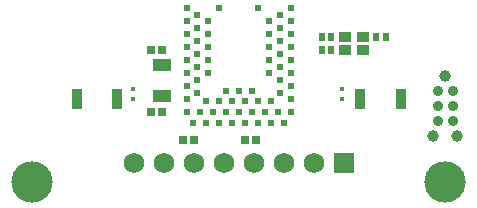
<source format=gts>
G04*
G04 #@! TF.GenerationSoftware,Altium Limited,Altium Designer,21.6.4 (81)*
G04*
G04 Layer_Color=8388736*
%FSLAX44Y44*%
%MOMM*%
G71*
G04*
G04 #@! TF.SameCoordinates,A75552D8-FC29-4B95-B53C-3B512D9A6700*
G04*
G04*
G04 #@! TF.FilePolarity,Negative*
G04*
G01*
G75*
%ADD22R,0.5900X0.5900*%
%ADD23C,0.8900*%
%ADD24R,0.7200X0.7200*%
%ADD25R,1.1000X0.9000*%
%ADD26R,1.6500X1.1000*%
%ADD27R,0.9000X1.8000*%
%ADD28R,0.6200X0.6500*%
%ADD29R,0.4500X0.4600*%
%ADD30C,1.0000*%
%ADD31C,3.5000*%
%ADD32C,1.7500*%
%ADD33R,1.7500X1.7500*%
D22*
X235000Y167000D02*
D03*
Y156000D02*
D03*
Y145000D02*
D03*
Y134000D02*
D03*
Y123000D02*
D03*
Y112000D02*
D03*
Y101000D02*
D03*
X244000Y172500D02*
D03*
Y161500D02*
D03*
Y150500D02*
D03*
Y139500D02*
D03*
Y128500D02*
D03*
Y117500D02*
D03*
Y106500D02*
D03*
Y95500D02*
D03*
X227500Y93500D02*
D03*
X216500D02*
D03*
X205500D02*
D03*
X194500D02*
D03*
X183500D02*
D03*
X172500D02*
D03*
X244000Y84500D02*
D03*
X233000D02*
D03*
X222000D02*
D03*
X211000D02*
D03*
X200000D02*
D03*
X189000D02*
D03*
X178000D02*
D03*
X167000D02*
D03*
X156000D02*
D03*
Y172500D02*
D03*
X165000Y167000D02*
D03*
X156000Y161500D02*
D03*
Y150500D02*
D03*
Y139500D02*
D03*
Y128500D02*
D03*
Y117500D02*
D03*
Y106500D02*
D03*
Y95500D02*
D03*
X165000Y156000D02*
D03*
Y145000D02*
D03*
Y134000D02*
D03*
Y123000D02*
D03*
Y112000D02*
D03*
Y101000D02*
D03*
X216500Y172500D02*
D03*
X183500D02*
D03*
X174000Y161500D02*
D03*
Y150500D02*
D03*
Y139500D02*
D03*
Y128500D02*
D03*
Y117500D02*
D03*
X189000Y102500D02*
D03*
X200000D02*
D03*
X211000D02*
D03*
X226000Y117500D02*
D03*
Y128500D02*
D03*
Y139500D02*
D03*
Y150500D02*
D03*
Y161500D02*
D03*
X161500Y75500D02*
D03*
X172500D02*
D03*
X183500D02*
D03*
X194500D02*
D03*
X205500D02*
D03*
X216500D02*
D03*
X227500D02*
D03*
X238500D02*
D03*
D23*
X381250Y77250D02*
D03*
X368550D02*
D03*
X381250Y89950D02*
D03*
X368550D02*
D03*
X381250Y102650D02*
D03*
X368550D02*
D03*
D24*
X214500Y61000D02*
D03*
X205500D02*
D03*
X152750D02*
D03*
X161750D02*
D03*
X126000Y84750D02*
D03*
X135000D02*
D03*
X126000Y137000D02*
D03*
X135000D02*
D03*
D25*
X305000Y148000D02*
D03*
X290000D02*
D03*
Y137000D02*
D03*
X305000D02*
D03*
D26*
X135000Y98000D02*
D03*
Y124000D02*
D03*
D27*
X303000Y95500D02*
D03*
X337000D02*
D03*
X97000D02*
D03*
X63000D02*
D03*
D28*
X278500Y148000D02*
D03*
X270500D02*
D03*
X278500Y137000D02*
D03*
X270500D02*
D03*
X316500Y148000D02*
D03*
X324500D02*
D03*
D29*
X287250Y103950D02*
D03*
Y95550D02*
D03*
X110500Y103950D02*
D03*
Y95550D02*
D03*
D30*
X364740Y64550D02*
D03*
X385060D02*
D03*
X374900Y115350D02*
D03*
D31*
X375000Y25000D02*
D03*
X25000D02*
D03*
D32*
X161900Y41700D02*
D03*
X187300D02*
D03*
X212700D02*
D03*
X263500D02*
D03*
X238100D02*
D03*
X136500D02*
D03*
X111100D02*
D03*
D33*
X288900D02*
D03*
M02*

</source>
